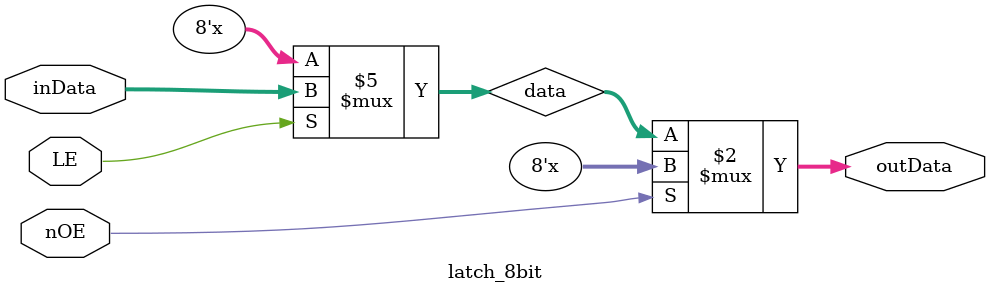
<source format=v>
module latch_8bit (
    inData,
    outData,
    LE,
    nOE
);
  input [7:0] inData;
  input LE, nOE;
  output [7:0] outData;
  reg [7:0] data;

  //   always @(nOE) begin
  //     if (nOE == 0) outData <= data;
  //     else outData <= 8'bzzzzzzzz;
  //   end
  assign outData = (nOE == 0 ? data : 8'bzzzzzzzz);

  always @(LE) begin
    if (LE == 1) begin
      data <= inData;
    end
  end
endmodule

</source>
